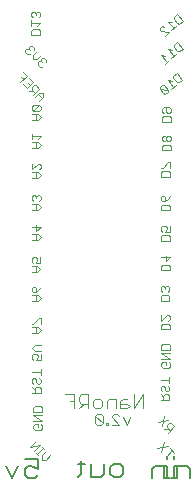
<source format=gbo>
G04 EAGLE Gerber RS-274X export*
G75*
%MOMM*%
%FSLAX34Y34*%
%LPD*%
%INSilkscreen Bottom*%
%IPPOS*%
%AMOC8*
5,1,8,0,0,1.08239X$1,22.5*%
G01*
%ADD10C,0.076200*%
%ADD11C,0.101600*%
%ADD12C,0.152400*%


D10*
X144407Y114413D02*
X149620Y119626D01*
X151358Y117888D02*
X147882Y121364D01*
X146066Y123181D02*
X137377Y121443D01*
X140853Y117968D02*
X142590Y126656D01*
X146653Y134773D02*
X151866Y139986D01*
X149259Y142593D01*
X147522Y142593D01*
X145784Y140855D01*
X145784Y139118D01*
X148390Y136511D01*
X146653Y138249D02*
X143177Y138249D01*
X137885Y143541D02*
X146574Y145279D01*
X143098Y148754D02*
X141361Y140066D01*
X140081Y162207D02*
X147453Y162207D01*
X147453Y165893D01*
X146225Y167122D01*
X143767Y167122D01*
X142538Y165893D01*
X142538Y162207D01*
X142538Y164664D02*
X140081Y167122D01*
X147453Y173377D02*
X146225Y174606D01*
X147453Y173377D02*
X147453Y170920D01*
X146225Y169691D01*
X144996Y169691D01*
X143767Y170920D01*
X143767Y173377D01*
X142538Y174606D01*
X141310Y174606D01*
X140081Y173377D01*
X140081Y170920D01*
X141310Y169691D01*
X140081Y179633D02*
X147453Y179633D01*
X147453Y182090D02*
X147453Y177175D01*
X148215Y193579D02*
X146987Y194808D01*
X148215Y193579D02*
X148215Y191122D01*
X146987Y189893D01*
X142072Y189893D01*
X140843Y191122D01*
X140843Y193579D01*
X142072Y194808D01*
X144529Y194808D01*
X144529Y192350D01*
X140843Y197377D02*
X148215Y197377D01*
X140843Y202292D01*
X148215Y202292D01*
X148215Y204861D02*
X140843Y204861D01*
X140843Y208547D01*
X142072Y209776D01*
X146987Y209776D01*
X148215Y208547D01*
X148215Y204861D01*
X147961Y222151D02*
X140589Y222151D01*
X140589Y225837D01*
X141818Y227066D01*
X146733Y227066D01*
X147961Y225837D01*
X147961Y222151D01*
X140589Y229635D02*
X140589Y234550D01*
X140589Y229635D02*
X145504Y234550D01*
X146733Y234550D01*
X147961Y233321D01*
X147961Y230864D01*
X146733Y229635D01*
X147453Y246535D02*
X140081Y246535D01*
X140081Y250221D01*
X141310Y251450D01*
X146225Y251450D01*
X147453Y250221D01*
X147453Y246535D01*
X146225Y254019D02*
X147453Y255248D01*
X147453Y257705D01*
X146225Y258934D01*
X144996Y258934D01*
X143767Y257705D01*
X143767Y256477D01*
X143767Y257705D02*
X142538Y258934D01*
X141310Y258934D01*
X140081Y257705D01*
X140081Y255248D01*
X141310Y254019D01*
X140589Y272189D02*
X147961Y272189D01*
X140589Y272189D02*
X140589Y275875D01*
X141818Y277104D01*
X146733Y277104D01*
X147961Y275875D01*
X147961Y272189D01*
X147961Y283359D02*
X140589Y283359D01*
X144275Y279673D02*
X147961Y283359D01*
X144275Y284588D02*
X144275Y279673D01*
X147707Y297335D02*
X140335Y297335D01*
X140335Y301021D01*
X141564Y302250D01*
X146479Y302250D01*
X147707Y301021D01*
X147707Y297335D01*
X147707Y304819D02*
X147707Y309734D01*
X147707Y304819D02*
X144021Y304819D01*
X145250Y307277D01*
X145250Y308505D01*
X144021Y309734D01*
X141564Y309734D01*
X140335Y308505D01*
X140335Y306048D01*
X141564Y304819D01*
X140335Y322989D02*
X147707Y322989D01*
X140335Y322989D02*
X140335Y326675D01*
X141564Y327904D01*
X146479Y327904D01*
X147707Y326675D01*
X147707Y322989D01*
X146479Y332931D02*
X147707Y335388D01*
X146479Y332931D02*
X144021Y330473D01*
X141564Y330473D01*
X140335Y331702D01*
X140335Y334159D01*
X141564Y335388D01*
X142792Y335388D01*
X144021Y334159D01*
X144021Y330473D01*
X140589Y351437D02*
X147961Y351437D01*
X140589Y351437D02*
X140589Y355123D01*
X141818Y356352D01*
X146733Y356352D01*
X147961Y355123D01*
X147961Y351437D01*
X147961Y358921D02*
X147961Y363836D01*
X146733Y363836D01*
X141818Y358921D01*
X140589Y358921D01*
X141351Y373789D02*
X148723Y373789D01*
X141351Y373789D02*
X141351Y377475D01*
X142580Y378704D01*
X147495Y378704D01*
X148723Y377475D01*
X148723Y373789D01*
X147495Y381273D02*
X148723Y382502D01*
X148723Y384959D01*
X147495Y386188D01*
X146266Y386188D01*
X145037Y384959D01*
X143808Y386188D01*
X142580Y386188D01*
X141351Y384959D01*
X141351Y382502D01*
X142580Y381273D01*
X143808Y381273D01*
X145037Y382502D01*
X146266Y381273D01*
X147495Y381273D01*
X145037Y382502D02*
X145037Y384959D01*
X148723Y397919D02*
X141351Y397919D01*
X141351Y401605D01*
X142580Y402834D01*
X147495Y402834D01*
X148723Y401605D01*
X148723Y397919D01*
X142580Y405403D02*
X141351Y406632D01*
X141351Y409089D01*
X142580Y410318D01*
X147495Y410318D01*
X148723Y409089D01*
X148723Y406632D01*
X147495Y405403D01*
X146266Y405403D01*
X145037Y406632D01*
X145037Y410318D01*
X158539Y433731D02*
X153801Y439378D01*
X158539Y433731D02*
X155716Y431361D01*
X153985Y431513D01*
X150826Y435278D01*
X150977Y437009D01*
X153801Y439378D01*
X149647Y432685D02*
X146185Y432988D01*
X150924Y427340D01*
X152806Y428920D02*
X149041Y425761D01*
X146283Y425050D02*
X143124Y428815D01*
X141393Y428967D01*
X139511Y427387D01*
X139359Y425656D01*
X142518Y421891D01*
X144249Y421740D01*
X146132Y423319D01*
X146283Y425050D01*
X139359Y425656D01*
X158793Y459893D02*
X154055Y465540D01*
X158793Y459893D02*
X155970Y457523D01*
X154239Y457675D01*
X151080Y461440D01*
X151231Y463171D01*
X154055Y465540D01*
X149901Y458847D02*
X146439Y459150D01*
X151178Y453502D01*
X153060Y455082D02*
X149295Y451923D01*
X144168Y454036D02*
X140706Y454339D01*
X145445Y448692D01*
X147327Y450271D02*
X143562Y447112D01*
X158793Y483515D02*
X154055Y489162D01*
X158793Y483515D02*
X155970Y481145D01*
X154239Y481297D01*
X151080Y485062D01*
X151231Y486793D01*
X154055Y489162D01*
X149901Y482469D02*
X146439Y482772D01*
X151178Y477124D01*
X153060Y478704D02*
X149295Y475545D01*
X147327Y473893D02*
X143562Y470734D01*
X147327Y473893D02*
X140403Y474499D01*
X139613Y475440D01*
X139765Y477171D01*
X141647Y478751D01*
X143378Y478599D01*
X46852Y115460D02*
X43377Y111985D01*
X39901Y111985D01*
X39901Y115460D01*
X43377Y118935D01*
X36347Y115539D02*
X34609Y117277D01*
X35478Y116408D02*
X40691Y121621D01*
X41560Y120752D02*
X39822Y122490D01*
X38032Y124280D02*
X32819Y119067D01*
X29343Y122543D02*
X38032Y124280D01*
X34556Y127756D02*
X29343Y122543D01*
X31115Y168557D02*
X38487Y168557D01*
X38487Y172243D01*
X37259Y173472D01*
X34801Y173472D01*
X33572Y172243D01*
X33572Y168557D01*
X33572Y171014D02*
X31115Y173472D01*
X38487Y179727D02*
X37259Y180956D01*
X38487Y179727D02*
X38487Y177270D01*
X37259Y176041D01*
X36030Y176041D01*
X34801Y177270D01*
X34801Y179727D01*
X33572Y180956D01*
X32344Y180956D01*
X31115Y179727D01*
X31115Y177270D01*
X32344Y176041D01*
X31115Y185983D02*
X38487Y185983D01*
X38487Y188440D02*
X38487Y183525D01*
X38487Y196497D02*
X38487Y201412D01*
X38487Y196497D02*
X34801Y196497D01*
X36030Y198954D01*
X36030Y200183D01*
X34801Y201412D01*
X32344Y201412D01*
X31115Y200183D01*
X31115Y197726D01*
X32344Y196497D01*
X33572Y203981D02*
X38487Y203981D01*
X33572Y203981D02*
X31115Y206439D01*
X33572Y208896D01*
X38487Y208896D01*
X36030Y219357D02*
X31115Y219357D01*
X36030Y219357D02*
X38487Y221814D01*
X36030Y224272D01*
X31115Y224272D01*
X34801Y224272D02*
X34801Y219357D01*
X38487Y226841D02*
X38487Y231756D01*
X37259Y231756D01*
X32344Y226841D01*
X31115Y226841D01*
X31115Y246027D02*
X36030Y246027D01*
X38487Y248484D01*
X36030Y250942D01*
X31115Y250942D01*
X34801Y250942D02*
X34801Y246027D01*
X37259Y255969D02*
X38487Y258426D01*
X37259Y255969D02*
X34801Y253511D01*
X32344Y253511D01*
X31115Y254740D01*
X31115Y257197D01*
X32344Y258426D01*
X33572Y258426D01*
X34801Y257197D01*
X34801Y253511D01*
X35776Y270919D02*
X30861Y270919D01*
X35776Y270919D02*
X38233Y273376D01*
X35776Y275834D01*
X30861Y275834D01*
X34547Y275834D02*
X34547Y270919D01*
X38233Y278403D02*
X38233Y283318D01*
X38233Y278403D02*
X34547Y278403D01*
X35776Y280861D01*
X35776Y282089D01*
X34547Y283318D01*
X32090Y283318D01*
X30861Y282089D01*
X30861Y279632D01*
X32090Y278403D01*
X31115Y298097D02*
X36030Y298097D01*
X38487Y300554D01*
X36030Y303012D01*
X31115Y303012D01*
X34801Y303012D02*
X34801Y298097D01*
X31115Y309267D02*
X38487Y309267D01*
X34801Y305581D01*
X34801Y310496D01*
X36030Y323497D02*
X31115Y323497D01*
X36030Y323497D02*
X38487Y325954D01*
X36030Y328412D01*
X31115Y328412D01*
X34801Y328412D02*
X34801Y323497D01*
X37259Y330981D02*
X38487Y332210D01*
X38487Y334667D01*
X37259Y335896D01*
X36030Y335896D01*
X34801Y334667D01*
X34801Y333439D01*
X34801Y334667D02*
X33572Y335896D01*
X32344Y335896D01*
X31115Y334667D01*
X31115Y332210D01*
X32344Y330981D01*
X31115Y350167D02*
X36030Y350167D01*
X38487Y352624D01*
X36030Y355082D01*
X31115Y355082D01*
X34801Y355082D02*
X34801Y350167D01*
X31115Y357651D02*
X31115Y362566D01*
X31115Y357651D02*
X36030Y362566D01*
X37259Y362566D01*
X38487Y361337D01*
X38487Y358880D01*
X37259Y357651D01*
X36030Y375567D02*
X31115Y375567D01*
X36030Y375567D02*
X38487Y378024D01*
X36030Y380482D01*
X31115Y380482D01*
X34801Y380482D02*
X34801Y375567D01*
X36030Y383051D02*
X38487Y385509D01*
X31115Y385509D01*
X31115Y387966D02*
X31115Y383051D01*
X31115Y399697D02*
X36030Y399697D01*
X38487Y402154D01*
X36030Y404612D01*
X31115Y404612D01*
X34801Y404612D02*
X34801Y399697D01*
X32344Y407181D02*
X37259Y407181D01*
X38487Y408410D01*
X38487Y410867D01*
X37259Y412096D01*
X32344Y412096D01*
X31115Y410867D01*
X31115Y408410D01*
X32344Y407181D01*
X37259Y412096D01*
X37338Y415603D02*
X40813Y419078D01*
X40813Y422553D01*
X37338Y422553D01*
X33863Y419078D01*
X36469Y421685D02*
X39945Y418209D01*
X32046Y420895D02*
X37259Y426108D01*
X34652Y428714D01*
X32915Y428714D01*
X31177Y426977D01*
X31177Y425239D01*
X33784Y422633D01*
X32046Y424370D02*
X28571Y424370D01*
X31967Y431400D02*
X28492Y434875D01*
X31967Y431400D02*
X26754Y426187D01*
X23279Y429662D01*
X27623Y430531D02*
X29360Y428793D01*
X21462Y431479D02*
X26675Y436692D01*
X23199Y440167D01*
X22331Y435823D02*
X24068Y434086D01*
X43206Y448141D02*
X43206Y449879D01*
X41469Y451616D01*
X39731Y451616D01*
X38862Y450747D01*
X38862Y449010D01*
X39731Y448141D01*
X38862Y449010D02*
X37124Y449010D01*
X36256Y448141D01*
X36256Y446403D01*
X37993Y444666D01*
X39731Y444666D01*
X35308Y450827D02*
X38783Y454302D01*
X35308Y450827D02*
X31832Y450827D01*
X31832Y454302D01*
X35308Y457777D01*
X32622Y458725D02*
X32622Y460463D01*
X30884Y462200D01*
X29147Y462200D01*
X28278Y461332D01*
X28278Y459594D01*
X29147Y458725D01*
X28278Y459594D02*
X26540Y459594D01*
X25671Y458725D01*
X25671Y456987D01*
X27409Y455250D01*
X29147Y455250D01*
X30607Y471325D02*
X37979Y471325D01*
X30607Y471325D02*
X30607Y475011D01*
X31836Y476240D01*
X36751Y476240D01*
X37979Y475011D01*
X37979Y471325D01*
X35522Y478809D02*
X37979Y481267D01*
X30607Y481267D01*
X30607Y483724D02*
X30607Y478809D01*
X36751Y486293D02*
X37979Y487522D01*
X37979Y489979D01*
X36751Y491208D01*
X35522Y491208D01*
X34293Y489979D01*
X34293Y488751D01*
X34293Y489979D02*
X33064Y491208D01*
X31836Y491208D01*
X30607Y489979D01*
X30607Y487522D01*
X31836Y486293D01*
X38529Y141976D02*
X39757Y140747D01*
X39757Y138290D01*
X38529Y137061D01*
X33614Y137061D01*
X32385Y138290D01*
X32385Y140747D01*
X33614Y141976D01*
X36071Y141976D01*
X36071Y139518D01*
X32385Y144545D02*
X39757Y144545D01*
X32385Y149460D01*
X39757Y149460D01*
X39757Y152029D02*
X32385Y152029D01*
X32385Y155715D01*
X33614Y156944D01*
X38529Y156944D01*
X39757Y155715D01*
X39757Y152029D01*
D11*
X125536Y155448D02*
X125536Y167142D01*
X117740Y155448D01*
X117740Y167142D01*
X111893Y163244D02*
X107995Y163244D01*
X106046Y161295D01*
X106046Y155448D01*
X111893Y155448D01*
X113842Y157397D01*
X111893Y159346D01*
X106046Y159346D01*
X102148Y155448D02*
X102148Y163244D01*
X96301Y163244D01*
X94352Y161295D01*
X94352Y155448D01*
X88505Y155448D02*
X84607Y155448D01*
X82658Y157397D01*
X82658Y161295D01*
X84607Y163244D01*
X88505Y163244D01*
X90454Y161295D01*
X90454Y157397D01*
X88505Y155448D01*
X78760Y155448D02*
X78760Y167142D01*
X72913Y167142D01*
X70964Y165193D01*
X70964Y161295D01*
X72913Y159346D01*
X78760Y159346D01*
X74862Y159346D02*
X70964Y155448D01*
X67066Y155448D02*
X67066Y167142D01*
X59270Y167142D01*
X63168Y161295D02*
X67066Y161295D01*
D10*
X111269Y141351D02*
X114404Y147622D01*
X108133Y147622D02*
X111269Y141351D01*
X105049Y141351D02*
X98778Y141351D01*
X105049Y141351D02*
X98778Y147622D01*
X98778Y149189D01*
X100346Y150757D01*
X103481Y150757D01*
X105049Y149189D01*
X95694Y142919D02*
X95694Y141351D01*
X95694Y142919D02*
X94126Y142919D01*
X94126Y141351D01*
X95694Y141351D01*
X91016Y142919D02*
X91016Y149189D01*
X89449Y150757D01*
X86313Y150757D01*
X84746Y149189D01*
X84746Y142919D01*
X86313Y141351D01*
X89449Y141351D01*
X91016Y142919D01*
X84746Y149189D01*
D12*
X100323Y97282D02*
X105746Y97282D01*
X100323Y97282D02*
X97611Y99994D01*
X97611Y105417D01*
X100323Y108129D01*
X105746Y108129D01*
X108458Y105417D01*
X108458Y99994D01*
X105746Y97282D01*
X92086Y99994D02*
X92086Y108129D01*
X92086Y99994D02*
X89375Y97282D01*
X81240Y97282D01*
X81240Y108129D01*
X73003Y110840D02*
X73003Y99994D01*
X70292Y97282D01*
X70292Y108129D02*
X75715Y108129D01*
X151466Y106859D02*
X154178Y106859D01*
X151466Y106859D02*
X151466Y96012D01*
X148755Y96012D02*
X154178Y96012D01*
X151466Y112282D02*
X151466Y114994D01*
X143264Y106859D02*
X143264Y96012D01*
X143264Y106859D02*
X135129Y106859D01*
X132417Y104147D01*
X132417Y96012D01*
X36068Y112282D02*
X25221Y112282D01*
X36068Y112282D02*
X36068Y104147D01*
X30645Y106859D01*
X27933Y106859D01*
X25221Y104147D01*
X25221Y98724D01*
X27933Y96012D01*
X33356Y96012D01*
X36068Y98724D01*
X19696Y106859D02*
X14273Y96012D01*
X8850Y106859D01*
X143002Y106859D02*
X145714Y106859D01*
X145714Y96012D01*
X148425Y96012D02*
X143002Y96012D01*
X145714Y112282D02*
X145714Y114994D01*
X153916Y106859D02*
X153916Y96012D01*
X153916Y106859D02*
X162051Y106859D01*
X164763Y104147D01*
X164763Y96012D01*
M02*

</source>
